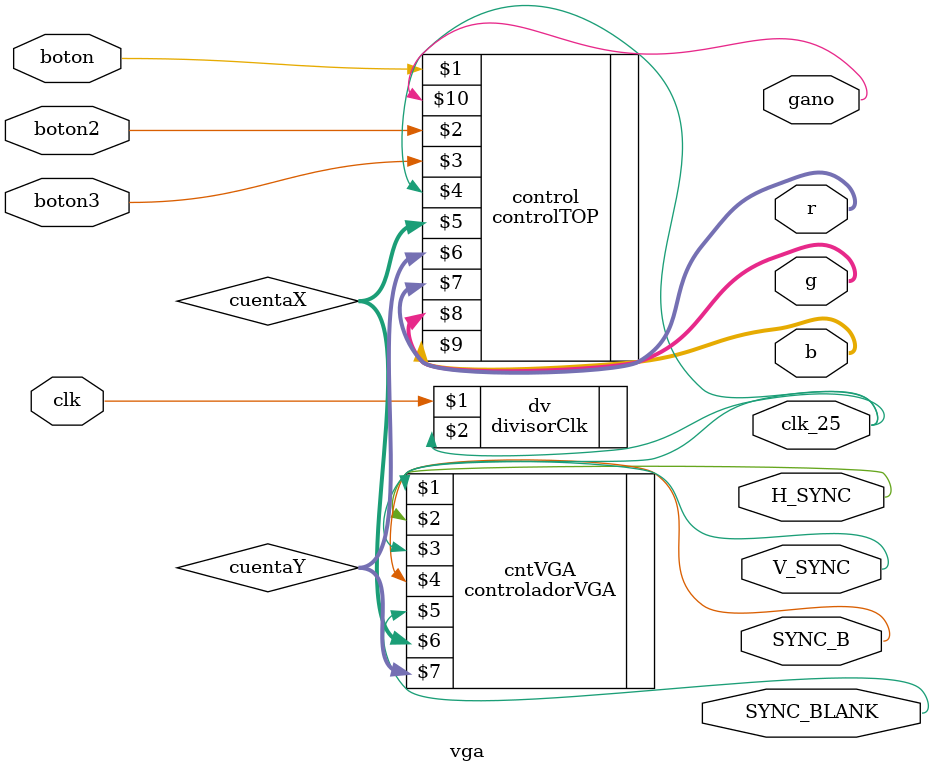
<source format=sv>
module vga (input logic clk,
			   input logic boton,boton2,boton3,
            output logic clk_25,
				output logic H_SYNC, V_SYNC,
				output logic SYNC_B, SYNC_BLANK,
				output logic [7:0]r,g,b,
				output gano);
				
				
		logic [9:0] cuentaX,cuentaY;
			
		
//--------------Instancia del divisor de clock-------------------------//
		divisorClk dv(clk,clk_25);

//--------------Instancia del controlador VGA--------------------------//		
		controladorVGA cntVGA (clk_25,H_SYNC,V_SYNC,SYNC_B,SYNC_BLANK, cuentaX,cuentaY);
		

//--------------Instancia del generador de Video y lógica del juego----------------------//	
		controlTOP control (boton,boton2,boton3,clk_25,cuentaX,cuentaY,r,g,b, gano);
endmodule

</source>
